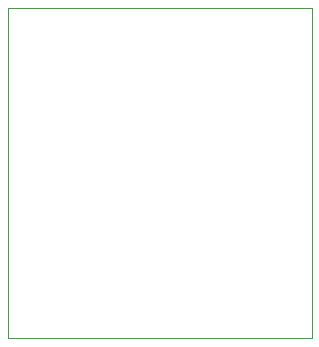
<source format=gbr>
%TF.GenerationSoftware,KiCad,Pcbnew,(5.1.8)-1*%
%TF.CreationDate,2023-01-12T00:15:59+03:00*%
%TF.ProjectId,273,3237332e-6b69-4636-9164-5f7063625858,rev?*%
%TF.SameCoordinates,Original*%
%TF.FileFunction,Profile,NP*%
%FSLAX46Y46*%
G04 Gerber Fmt 4.6, Leading zero omitted, Abs format (unit mm)*
G04 Created by KiCad (PCBNEW (5.1.8)-1) date 2023-01-12 00:15:59*
%MOMM*%
%LPD*%
G01*
G04 APERTURE LIST*
%TA.AperFunction,Profile*%
%ADD10C,0.050000*%
%TD*%
G04 APERTURE END LIST*
D10*
X70485000Y-58420000D02*
X70485000Y-30480000D01*
X96202500Y-58420000D02*
X70485000Y-58420000D01*
X96202500Y-30480000D02*
X96202500Y-58420000D01*
X70485000Y-30480000D02*
X96202500Y-30480000D01*
M02*

</source>
